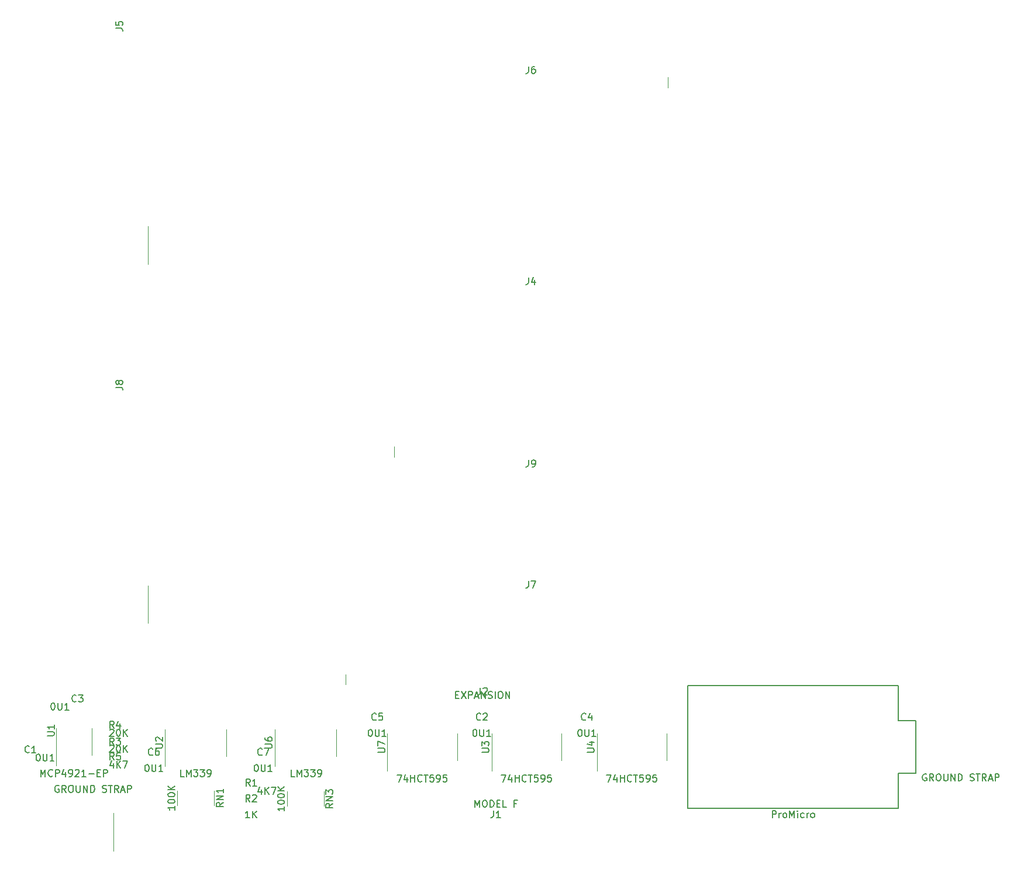
<source format=gbr>
G04 #@! TF.GenerationSoftware,KiCad,Pcbnew,(5.1.6)-1*
G04 #@! TF.CreationDate,2020-08-12T00:52:36-04:00*
G04 #@! TF.ProjectId,TH-XWhatsIt,54482d58-5768-4617-9473-49742e6b6963,0.0.3*
G04 #@! TF.SameCoordinates,Original*
G04 #@! TF.FileFunction,Legend,Top*
G04 #@! TF.FilePolarity,Positive*
%FSLAX46Y46*%
G04 Gerber Fmt 4.6, Leading zero omitted, Abs format (unit mm)*
G04 Created by KiCad (PCBNEW (5.1.6)-1) date 2020-08-12 00:52:36*
%MOMM*%
%LPD*%
G01*
G04 APERTURE LIST*
%ADD10C,0.120000*%
%ADD11C,0.150000*%
G04 APERTURE END LIST*
D10*
X127737000Y-43394000D02*
X127737000Y-41894000D01*
X47497000Y-148511000D02*
X47497000Y-153971000D01*
X52497000Y-63508000D02*
X52497000Y-68968000D01*
X52497000Y-115511000D02*
X52497000Y-120971000D01*
X88137000Y-95397000D02*
X88137000Y-96897000D01*
X81157000Y-128397000D02*
X81157000Y-129897000D01*
D11*
X161163000Y-130048000D02*
X130683000Y-130048000D01*
X161163000Y-130048000D02*
X161163000Y-135128000D01*
X161163000Y-135128000D02*
X163703000Y-135128000D01*
X163703000Y-135128000D02*
X163703000Y-142748000D01*
X163703000Y-142748000D02*
X161163000Y-142748000D01*
X161163000Y-142748000D02*
X161163000Y-147828000D01*
X161163000Y-147828000D02*
X130683000Y-147828000D01*
X130683000Y-147828000D02*
X130683000Y-130048000D01*
D10*
X79746000Y-138303000D02*
X79746000Y-136353000D01*
X79746000Y-138303000D02*
X79746000Y-140253000D01*
X70876000Y-138303000D02*
X70876000Y-136353000D01*
X70876000Y-138303000D02*
X70876000Y-141753000D01*
X44343000Y-138176000D02*
X44343000Y-136226000D01*
X44343000Y-138176000D02*
X44343000Y-140126000D01*
X39223000Y-138176000D02*
X39223000Y-136226000D01*
X39223000Y-138176000D02*
X39223000Y-141626000D01*
X97262000Y-138938000D02*
X97262000Y-136988000D01*
X97262000Y-138938000D02*
X97262000Y-140888000D01*
X87142000Y-138938000D02*
X87142000Y-136988000D01*
X87142000Y-138938000D02*
X87142000Y-142388000D01*
X127615000Y-138938000D02*
X127615000Y-136988000D01*
X127615000Y-138938000D02*
X127615000Y-140888000D01*
X117495000Y-138938000D02*
X117495000Y-136988000D01*
X117495000Y-138938000D02*
X117495000Y-142388000D01*
X63871000Y-138303000D02*
X63871000Y-136353000D01*
X63871000Y-138303000D02*
X63871000Y-140253000D01*
X55001000Y-138303000D02*
X55001000Y-136353000D01*
X55001000Y-138303000D02*
X55001000Y-141753000D01*
X56766000Y-147354000D02*
X56766000Y-145254000D01*
X62106000Y-147354000D02*
X62106000Y-145254000D01*
X72641000Y-147481000D02*
X72641000Y-145381000D01*
X77981000Y-147481000D02*
X77981000Y-145381000D01*
X112375000Y-138938000D02*
X112375000Y-136988000D01*
X112375000Y-138938000D02*
X112375000Y-140888000D01*
X102255000Y-138938000D02*
X102255000Y-136988000D01*
X102255000Y-138938000D02*
X102255000Y-142388000D01*
D11*
X107603666Y-40346380D02*
X107603666Y-41060666D01*
X107556047Y-41203523D01*
X107460809Y-41298761D01*
X107317952Y-41346380D01*
X107222714Y-41346380D01*
X108508428Y-40346380D02*
X108317952Y-40346380D01*
X108222714Y-40394000D01*
X108175095Y-40441619D01*
X108079857Y-40584476D01*
X108032238Y-40774952D01*
X108032238Y-41155904D01*
X108079857Y-41251142D01*
X108127476Y-41298761D01*
X108222714Y-41346380D01*
X108413190Y-41346380D01*
X108508428Y-41298761D01*
X108556047Y-41251142D01*
X108603666Y-41155904D01*
X108603666Y-40917809D01*
X108556047Y-40822571D01*
X108508428Y-40774952D01*
X108413190Y-40727333D01*
X108222714Y-40727333D01*
X108127476Y-40774952D01*
X108079857Y-40822571D01*
X108032238Y-40917809D01*
X47869380Y-34817333D02*
X48583666Y-34817333D01*
X48726523Y-34864952D01*
X48821761Y-34960190D01*
X48869380Y-35103047D01*
X48869380Y-35198285D01*
X47869380Y-33864952D02*
X47869380Y-34341142D01*
X48345571Y-34388761D01*
X48297952Y-34341142D01*
X48250333Y-34245904D01*
X48250333Y-34007809D01*
X48297952Y-33912571D01*
X48345571Y-33864952D01*
X48440809Y-33817333D01*
X48678904Y-33817333D01*
X48774142Y-33864952D01*
X48821761Y-33912571D01*
X48869380Y-34007809D01*
X48869380Y-34245904D01*
X48821761Y-34341142D01*
X48774142Y-34388761D01*
X47869380Y-86820333D02*
X48583666Y-86820333D01*
X48726523Y-86867952D01*
X48821761Y-86963190D01*
X48869380Y-87106047D01*
X48869380Y-87201285D01*
X48297952Y-86201285D02*
X48250333Y-86296523D01*
X48202714Y-86344142D01*
X48107476Y-86391761D01*
X48059857Y-86391761D01*
X47964619Y-86344142D01*
X47917000Y-86296523D01*
X47869380Y-86201285D01*
X47869380Y-86010809D01*
X47917000Y-85915571D01*
X47964619Y-85867952D01*
X48059857Y-85820333D01*
X48107476Y-85820333D01*
X48202714Y-85867952D01*
X48250333Y-85915571D01*
X48297952Y-86010809D01*
X48297952Y-86201285D01*
X48345571Y-86296523D01*
X48393190Y-86344142D01*
X48488428Y-86391761D01*
X48678904Y-86391761D01*
X48774142Y-86344142D01*
X48821761Y-86296523D01*
X48869380Y-86201285D01*
X48869380Y-86010809D01*
X48821761Y-85915571D01*
X48774142Y-85867952D01*
X48678904Y-85820333D01*
X48488428Y-85820333D01*
X48393190Y-85867952D01*
X48345571Y-85915571D01*
X48297952Y-86010809D01*
X102536666Y-148169380D02*
X102536666Y-148883666D01*
X102489047Y-149026523D01*
X102393809Y-149121761D01*
X102250952Y-149169380D01*
X102155714Y-149169380D01*
X103536666Y-149169380D02*
X102965238Y-149169380D01*
X103250952Y-149169380D02*
X103250952Y-148169380D01*
X103155714Y-148312238D01*
X103060476Y-148407476D01*
X102965238Y-148455095D01*
X99846190Y-147645380D02*
X99846190Y-146645380D01*
X100179523Y-147359666D01*
X100512857Y-146645380D01*
X100512857Y-147645380D01*
X101179523Y-146645380D02*
X101370000Y-146645380D01*
X101465238Y-146693000D01*
X101560476Y-146788238D01*
X101608095Y-146978714D01*
X101608095Y-147312047D01*
X101560476Y-147502523D01*
X101465238Y-147597761D01*
X101370000Y-147645380D01*
X101179523Y-147645380D01*
X101084285Y-147597761D01*
X100989047Y-147502523D01*
X100941428Y-147312047D01*
X100941428Y-146978714D01*
X100989047Y-146788238D01*
X101084285Y-146693000D01*
X101179523Y-146645380D01*
X102036666Y-147645380D02*
X102036666Y-146645380D01*
X102274761Y-146645380D01*
X102417619Y-146693000D01*
X102512857Y-146788238D01*
X102560476Y-146883476D01*
X102608095Y-147073952D01*
X102608095Y-147216809D01*
X102560476Y-147407285D01*
X102512857Y-147502523D01*
X102417619Y-147597761D01*
X102274761Y-147645380D01*
X102036666Y-147645380D01*
X103036666Y-147121571D02*
X103370000Y-147121571D01*
X103512857Y-147645380D02*
X103036666Y-147645380D01*
X103036666Y-146645380D01*
X103512857Y-146645380D01*
X104417619Y-147645380D02*
X103941428Y-147645380D01*
X103941428Y-146645380D01*
X105846190Y-147121571D02*
X105512857Y-147121571D01*
X105512857Y-147645380D02*
X105512857Y-146645380D01*
X105989047Y-146645380D01*
X107603666Y-70920380D02*
X107603666Y-71634666D01*
X107556047Y-71777523D01*
X107460809Y-71872761D01*
X107317952Y-71920380D01*
X107222714Y-71920380D01*
X108508428Y-71253714D02*
X108508428Y-71920380D01*
X108270333Y-70872761D02*
X108032238Y-71587047D01*
X108651285Y-71587047D01*
X107616666Y-114895380D02*
X107616666Y-115609666D01*
X107569047Y-115752523D01*
X107473809Y-115847761D01*
X107330952Y-115895380D01*
X107235714Y-115895380D01*
X107997619Y-114895380D02*
X108664285Y-114895380D01*
X108235714Y-115895380D01*
X107603666Y-97349380D02*
X107603666Y-98063666D01*
X107556047Y-98206523D01*
X107460809Y-98301761D01*
X107317952Y-98349380D01*
X107222714Y-98349380D01*
X108127476Y-98349380D02*
X108317952Y-98349380D01*
X108413190Y-98301761D01*
X108460809Y-98254142D01*
X108556047Y-98111285D01*
X108603666Y-97920809D01*
X108603666Y-97539857D01*
X108556047Y-97444619D01*
X108508428Y-97397000D01*
X108413190Y-97349380D01*
X108222714Y-97349380D01*
X108127476Y-97397000D01*
X108079857Y-97444619D01*
X108032238Y-97539857D01*
X108032238Y-97777952D01*
X108079857Y-97873190D01*
X108127476Y-97920809D01*
X108222714Y-97968428D01*
X108413190Y-97968428D01*
X108508428Y-97920809D01*
X108556047Y-97873190D01*
X108603666Y-97777952D01*
X100623666Y-130349380D02*
X100623666Y-131063666D01*
X100576047Y-131206523D01*
X100480809Y-131301761D01*
X100337952Y-131349380D01*
X100242714Y-131349380D01*
X101052238Y-130444619D02*
X101099857Y-130397000D01*
X101195095Y-130349380D01*
X101433190Y-130349380D01*
X101528428Y-130397000D01*
X101576047Y-130444619D01*
X101623666Y-130539857D01*
X101623666Y-130635095D01*
X101576047Y-130777952D01*
X101004619Y-131349380D01*
X101623666Y-131349380D01*
X97052238Y-131373571D02*
X97385571Y-131373571D01*
X97528428Y-131897380D02*
X97052238Y-131897380D01*
X97052238Y-130897380D01*
X97528428Y-130897380D01*
X97861761Y-130897380D02*
X98528428Y-131897380D01*
X98528428Y-130897380D02*
X97861761Y-131897380D01*
X98909380Y-131897380D02*
X98909380Y-130897380D01*
X99290333Y-130897380D01*
X99385571Y-130945000D01*
X99433190Y-130992619D01*
X99480809Y-131087857D01*
X99480809Y-131230714D01*
X99433190Y-131325952D01*
X99385571Y-131373571D01*
X99290333Y-131421190D01*
X98909380Y-131421190D01*
X99861761Y-131611666D02*
X100337952Y-131611666D01*
X99766523Y-131897380D02*
X100099857Y-130897380D01*
X100433190Y-131897380D01*
X100766523Y-131897380D02*
X100766523Y-130897380D01*
X101337952Y-131897380D01*
X101337952Y-130897380D01*
X101766523Y-131849761D02*
X101909380Y-131897380D01*
X102147476Y-131897380D01*
X102242714Y-131849761D01*
X102290333Y-131802142D01*
X102337952Y-131706904D01*
X102337952Y-131611666D01*
X102290333Y-131516428D01*
X102242714Y-131468809D01*
X102147476Y-131421190D01*
X101957000Y-131373571D01*
X101861761Y-131325952D01*
X101814142Y-131278333D01*
X101766523Y-131183095D01*
X101766523Y-131087857D01*
X101814142Y-130992619D01*
X101861761Y-130945000D01*
X101957000Y-130897380D01*
X102195095Y-130897380D01*
X102337952Y-130945000D01*
X102766523Y-131897380D02*
X102766523Y-130897380D01*
X103433190Y-130897380D02*
X103623666Y-130897380D01*
X103718904Y-130945000D01*
X103814142Y-131040238D01*
X103861761Y-131230714D01*
X103861761Y-131564047D01*
X103814142Y-131754523D01*
X103718904Y-131849761D01*
X103623666Y-131897380D01*
X103433190Y-131897380D01*
X103337952Y-131849761D01*
X103242714Y-131754523D01*
X103195095Y-131564047D01*
X103195095Y-131230714D01*
X103242714Y-131040238D01*
X103337952Y-130945000D01*
X103433190Y-130897380D01*
X104290333Y-131897380D02*
X104290333Y-130897380D01*
X104861761Y-131897380D01*
X104861761Y-130897380D01*
X142899190Y-149169380D02*
X142899190Y-148169380D01*
X143280142Y-148169380D01*
X143375380Y-148217000D01*
X143423000Y-148264619D01*
X143470619Y-148359857D01*
X143470619Y-148502714D01*
X143423000Y-148597952D01*
X143375380Y-148645571D01*
X143280142Y-148693190D01*
X142899190Y-148693190D01*
X143899190Y-149169380D02*
X143899190Y-148502714D01*
X143899190Y-148693190D02*
X143946809Y-148597952D01*
X143994428Y-148550333D01*
X144089666Y-148502714D01*
X144184904Y-148502714D01*
X144661095Y-149169380D02*
X144565857Y-149121761D01*
X144518238Y-149074142D01*
X144470619Y-148978904D01*
X144470619Y-148693190D01*
X144518238Y-148597952D01*
X144565857Y-148550333D01*
X144661095Y-148502714D01*
X144803952Y-148502714D01*
X144899190Y-148550333D01*
X144946809Y-148597952D01*
X144994428Y-148693190D01*
X144994428Y-148978904D01*
X144946809Y-149074142D01*
X144899190Y-149121761D01*
X144803952Y-149169380D01*
X144661095Y-149169380D01*
X145423000Y-149169380D02*
X145423000Y-148169380D01*
X145756333Y-148883666D01*
X146089666Y-148169380D01*
X146089666Y-149169380D01*
X146565857Y-149169380D02*
X146565857Y-148502714D01*
X146565857Y-148169380D02*
X146518238Y-148217000D01*
X146565857Y-148264619D01*
X146613476Y-148217000D01*
X146565857Y-148169380D01*
X146565857Y-148264619D01*
X147470619Y-149121761D02*
X147375380Y-149169380D01*
X147184904Y-149169380D01*
X147089666Y-149121761D01*
X147042047Y-149074142D01*
X146994428Y-148978904D01*
X146994428Y-148693190D01*
X147042047Y-148597952D01*
X147089666Y-148550333D01*
X147184904Y-148502714D01*
X147375380Y-148502714D01*
X147470619Y-148550333D01*
X147899190Y-149169380D02*
X147899190Y-148502714D01*
X147899190Y-148693190D02*
X147946809Y-148597952D01*
X147994428Y-148550333D01*
X148089666Y-148502714D01*
X148184904Y-148502714D01*
X148661095Y-149169380D02*
X148565857Y-149121761D01*
X148518238Y-149074142D01*
X148470619Y-148978904D01*
X148470619Y-148693190D01*
X148518238Y-148597952D01*
X148565857Y-148550333D01*
X148661095Y-148502714D01*
X148803952Y-148502714D01*
X148899190Y-148550333D01*
X148946809Y-148597952D01*
X148994428Y-148693190D01*
X148994428Y-148978904D01*
X148946809Y-149074142D01*
X148899190Y-149121761D01*
X148803952Y-149169380D01*
X148661095Y-149169380D01*
X165203809Y-142883000D02*
X165108571Y-142835380D01*
X164965714Y-142835380D01*
X164822857Y-142883000D01*
X164727619Y-142978238D01*
X164680000Y-143073476D01*
X164632380Y-143263952D01*
X164632380Y-143406809D01*
X164680000Y-143597285D01*
X164727619Y-143692523D01*
X164822857Y-143787761D01*
X164965714Y-143835380D01*
X165060952Y-143835380D01*
X165203809Y-143787761D01*
X165251428Y-143740142D01*
X165251428Y-143406809D01*
X165060952Y-143406809D01*
X166251428Y-143835380D02*
X165918095Y-143359190D01*
X165680000Y-143835380D02*
X165680000Y-142835380D01*
X166060952Y-142835380D01*
X166156190Y-142883000D01*
X166203809Y-142930619D01*
X166251428Y-143025857D01*
X166251428Y-143168714D01*
X166203809Y-143263952D01*
X166156190Y-143311571D01*
X166060952Y-143359190D01*
X165680000Y-143359190D01*
X166870476Y-142835380D02*
X167060952Y-142835380D01*
X167156190Y-142883000D01*
X167251428Y-142978238D01*
X167299047Y-143168714D01*
X167299047Y-143502047D01*
X167251428Y-143692523D01*
X167156190Y-143787761D01*
X167060952Y-143835380D01*
X166870476Y-143835380D01*
X166775238Y-143787761D01*
X166680000Y-143692523D01*
X166632380Y-143502047D01*
X166632380Y-143168714D01*
X166680000Y-142978238D01*
X166775238Y-142883000D01*
X166870476Y-142835380D01*
X167727619Y-142835380D02*
X167727619Y-143644904D01*
X167775238Y-143740142D01*
X167822857Y-143787761D01*
X167918095Y-143835380D01*
X168108571Y-143835380D01*
X168203809Y-143787761D01*
X168251428Y-143740142D01*
X168299047Y-143644904D01*
X168299047Y-142835380D01*
X168775238Y-143835380D02*
X168775238Y-142835380D01*
X169346666Y-143835380D01*
X169346666Y-142835380D01*
X169822857Y-143835380D02*
X169822857Y-142835380D01*
X170060952Y-142835380D01*
X170203809Y-142883000D01*
X170299047Y-142978238D01*
X170346666Y-143073476D01*
X170394285Y-143263952D01*
X170394285Y-143406809D01*
X170346666Y-143597285D01*
X170299047Y-143692523D01*
X170203809Y-143787761D01*
X170060952Y-143835380D01*
X169822857Y-143835380D01*
X171537142Y-143787761D02*
X171680000Y-143835380D01*
X171918095Y-143835380D01*
X172013333Y-143787761D01*
X172060952Y-143740142D01*
X172108571Y-143644904D01*
X172108571Y-143549666D01*
X172060952Y-143454428D01*
X172013333Y-143406809D01*
X171918095Y-143359190D01*
X171727619Y-143311571D01*
X171632380Y-143263952D01*
X171584761Y-143216333D01*
X171537142Y-143121095D01*
X171537142Y-143025857D01*
X171584761Y-142930619D01*
X171632380Y-142883000D01*
X171727619Y-142835380D01*
X171965714Y-142835380D01*
X172108571Y-142883000D01*
X172394285Y-142835380D02*
X172965714Y-142835380D01*
X172680000Y-143835380D02*
X172680000Y-142835380D01*
X173870476Y-143835380D02*
X173537142Y-143359190D01*
X173299047Y-143835380D02*
X173299047Y-142835380D01*
X173680000Y-142835380D01*
X173775238Y-142883000D01*
X173822857Y-142930619D01*
X173870476Y-143025857D01*
X173870476Y-143168714D01*
X173822857Y-143263952D01*
X173775238Y-143311571D01*
X173680000Y-143359190D01*
X173299047Y-143359190D01*
X174251428Y-143549666D02*
X174727619Y-143549666D01*
X174156190Y-143835380D02*
X174489523Y-142835380D01*
X174822857Y-143835380D01*
X175156190Y-143835380D02*
X175156190Y-142835380D01*
X175537142Y-142835380D01*
X175632380Y-142883000D01*
X175680000Y-142930619D01*
X175727619Y-143025857D01*
X175727619Y-143168714D01*
X175680000Y-143263952D01*
X175632380Y-143311571D01*
X175537142Y-143359190D01*
X175156190Y-143359190D01*
X69483380Y-139064904D02*
X70292904Y-139064904D01*
X70388142Y-139017285D01*
X70435761Y-138969666D01*
X70483380Y-138874428D01*
X70483380Y-138683952D01*
X70435761Y-138588714D01*
X70388142Y-138541095D01*
X70292904Y-138493476D01*
X69483380Y-138493476D01*
X69483380Y-137588714D02*
X69483380Y-137779190D01*
X69531000Y-137874428D01*
X69578619Y-137922047D01*
X69721476Y-138017285D01*
X69911952Y-138064904D01*
X70292904Y-138064904D01*
X70388142Y-138017285D01*
X70435761Y-137969666D01*
X70483380Y-137874428D01*
X70483380Y-137683952D01*
X70435761Y-137588714D01*
X70388142Y-137541095D01*
X70292904Y-137493476D01*
X70054809Y-137493476D01*
X69959571Y-137541095D01*
X69911952Y-137588714D01*
X69864333Y-137683952D01*
X69864333Y-137874428D01*
X69911952Y-137969666D01*
X69959571Y-138017285D01*
X70054809Y-138064904D01*
X73747523Y-143200380D02*
X73271333Y-143200380D01*
X73271333Y-142200380D01*
X74080857Y-143200380D02*
X74080857Y-142200380D01*
X74414190Y-142914666D01*
X74747523Y-142200380D01*
X74747523Y-143200380D01*
X75128476Y-142200380D02*
X75747523Y-142200380D01*
X75414190Y-142581333D01*
X75557047Y-142581333D01*
X75652285Y-142628952D01*
X75699904Y-142676571D01*
X75747523Y-142771809D01*
X75747523Y-143009904D01*
X75699904Y-143105142D01*
X75652285Y-143152761D01*
X75557047Y-143200380D01*
X75271333Y-143200380D01*
X75176095Y-143152761D01*
X75128476Y-143105142D01*
X76080857Y-142200380D02*
X76699904Y-142200380D01*
X76366571Y-142581333D01*
X76509428Y-142581333D01*
X76604666Y-142628952D01*
X76652285Y-142676571D01*
X76699904Y-142771809D01*
X76699904Y-143009904D01*
X76652285Y-143105142D01*
X76604666Y-143152761D01*
X76509428Y-143200380D01*
X76223714Y-143200380D01*
X76128476Y-143152761D01*
X76080857Y-143105142D01*
X77176095Y-143200380D02*
X77366571Y-143200380D01*
X77461809Y-143152761D01*
X77509428Y-143105142D01*
X77604666Y-142962285D01*
X77652285Y-142771809D01*
X77652285Y-142390857D01*
X77604666Y-142295619D01*
X77557047Y-142248000D01*
X77461809Y-142200380D01*
X77271333Y-142200380D01*
X77176095Y-142248000D01*
X77128476Y-142295619D01*
X77080857Y-142390857D01*
X77080857Y-142628952D01*
X77128476Y-142724190D01*
X77176095Y-142771809D01*
X77271333Y-142819428D01*
X77461809Y-142819428D01*
X77557047Y-142771809D01*
X77604666Y-142724190D01*
X77652285Y-142628952D01*
X47585333Y-140787380D02*
X47252000Y-140311190D01*
X47013904Y-140787380D02*
X47013904Y-139787380D01*
X47394857Y-139787380D01*
X47490095Y-139835000D01*
X47537714Y-139882619D01*
X47585333Y-139977857D01*
X47585333Y-140120714D01*
X47537714Y-140215952D01*
X47490095Y-140263571D01*
X47394857Y-140311190D01*
X47013904Y-140311190D01*
X48490095Y-139787380D02*
X48013904Y-139787380D01*
X47966285Y-140263571D01*
X48013904Y-140215952D01*
X48109142Y-140168333D01*
X48347238Y-140168333D01*
X48442476Y-140215952D01*
X48490095Y-140263571D01*
X48537714Y-140358809D01*
X48537714Y-140596904D01*
X48490095Y-140692142D01*
X48442476Y-140739761D01*
X48347238Y-140787380D01*
X48109142Y-140787380D01*
X48013904Y-140739761D01*
X47966285Y-140692142D01*
X47474285Y-141290714D02*
X47474285Y-141957380D01*
X47236190Y-140909761D02*
X46998095Y-141624047D01*
X47617142Y-141624047D01*
X47998095Y-141957380D02*
X47998095Y-140957380D01*
X48569523Y-141957380D02*
X48140952Y-141385952D01*
X48569523Y-140957380D02*
X47998095Y-141528809D01*
X48902857Y-140957380D02*
X49569523Y-140957380D01*
X49140952Y-141957380D01*
X35312333Y-139676142D02*
X35264714Y-139723761D01*
X35121857Y-139771380D01*
X35026619Y-139771380D01*
X34883761Y-139723761D01*
X34788523Y-139628523D01*
X34740904Y-139533285D01*
X34693285Y-139342809D01*
X34693285Y-139199952D01*
X34740904Y-139009476D01*
X34788523Y-138914238D01*
X34883761Y-138819000D01*
X35026619Y-138771380D01*
X35121857Y-138771380D01*
X35264714Y-138819000D01*
X35312333Y-138866619D01*
X36264714Y-139771380D02*
X35693285Y-139771380D01*
X35979000Y-139771380D02*
X35979000Y-138771380D01*
X35883761Y-138914238D01*
X35788523Y-139009476D01*
X35693285Y-139057095D01*
X36567380Y-139941380D02*
X36662619Y-139941380D01*
X36757857Y-139989000D01*
X36805476Y-140036619D01*
X36853095Y-140131857D01*
X36900714Y-140322333D01*
X36900714Y-140560428D01*
X36853095Y-140750904D01*
X36805476Y-140846142D01*
X36757857Y-140893761D01*
X36662619Y-140941380D01*
X36567380Y-140941380D01*
X36472142Y-140893761D01*
X36424523Y-140846142D01*
X36376904Y-140750904D01*
X36329285Y-140560428D01*
X36329285Y-140322333D01*
X36376904Y-140131857D01*
X36424523Y-140036619D01*
X36472142Y-139989000D01*
X36567380Y-139941380D01*
X37329285Y-139941380D02*
X37329285Y-140750904D01*
X37376904Y-140846142D01*
X37424523Y-140893761D01*
X37519761Y-140941380D01*
X37710238Y-140941380D01*
X37805476Y-140893761D01*
X37853095Y-140846142D01*
X37900714Y-140750904D01*
X37900714Y-139941380D01*
X38900714Y-140941380D02*
X38329285Y-140941380D01*
X38615000Y-140941380D02*
X38615000Y-139941380D01*
X38519761Y-140084238D01*
X38424523Y-140179476D01*
X38329285Y-140227095D01*
X47585333Y-136215380D02*
X47252000Y-135739190D01*
X47013904Y-136215380D02*
X47013904Y-135215380D01*
X47394857Y-135215380D01*
X47490095Y-135263000D01*
X47537714Y-135310619D01*
X47585333Y-135405857D01*
X47585333Y-135548714D01*
X47537714Y-135643952D01*
X47490095Y-135691571D01*
X47394857Y-135739190D01*
X47013904Y-135739190D01*
X48442476Y-135548714D02*
X48442476Y-136215380D01*
X48204380Y-135167761D02*
X47966285Y-135882047D01*
X48585333Y-135882047D01*
X46998095Y-136453619D02*
X47045714Y-136406000D01*
X47140952Y-136358380D01*
X47379047Y-136358380D01*
X47474285Y-136406000D01*
X47521904Y-136453619D01*
X47569523Y-136548857D01*
X47569523Y-136644095D01*
X47521904Y-136786952D01*
X46950476Y-137358380D01*
X47569523Y-137358380D01*
X48188571Y-136358380D02*
X48283809Y-136358380D01*
X48379047Y-136406000D01*
X48426666Y-136453619D01*
X48474285Y-136548857D01*
X48521904Y-136739333D01*
X48521904Y-136977428D01*
X48474285Y-137167904D01*
X48426666Y-137263142D01*
X48379047Y-137310761D01*
X48283809Y-137358380D01*
X48188571Y-137358380D01*
X48093333Y-137310761D01*
X48045714Y-137263142D01*
X47998095Y-137167904D01*
X47950476Y-136977428D01*
X47950476Y-136739333D01*
X47998095Y-136548857D01*
X48045714Y-136453619D01*
X48093333Y-136406000D01*
X48188571Y-136358380D01*
X48950476Y-137358380D02*
X48950476Y-136358380D01*
X49521904Y-137358380D02*
X49093333Y-136786952D01*
X49521904Y-136358380D02*
X48950476Y-136929809D01*
X47585333Y-138628380D02*
X47252000Y-138152190D01*
X47013904Y-138628380D02*
X47013904Y-137628380D01*
X47394857Y-137628380D01*
X47490095Y-137676000D01*
X47537714Y-137723619D01*
X47585333Y-137818857D01*
X47585333Y-137961714D01*
X47537714Y-138056952D01*
X47490095Y-138104571D01*
X47394857Y-138152190D01*
X47013904Y-138152190D01*
X47918666Y-137628380D02*
X48537714Y-137628380D01*
X48204380Y-138009333D01*
X48347238Y-138009333D01*
X48442476Y-138056952D01*
X48490095Y-138104571D01*
X48537714Y-138199809D01*
X48537714Y-138437904D01*
X48490095Y-138533142D01*
X48442476Y-138580761D01*
X48347238Y-138628380D01*
X48061523Y-138628380D01*
X47966285Y-138580761D01*
X47918666Y-138533142D01*
X46998095Y-138766619D02*
X47045714Y-138719000D01*
X47140952Y-138671380D01*
X47379047Y-138671380D01*
X47474285Y-138719000D01*
X47521904Y-138766619D01*
X47569523Y-138861857D01*
X47569523Y-138957095D01*
X47521904Y-139099952D01*
X46950476Y-139671380D01*
X47569523Y-139671380D01*
X48188571Y-138671380D02*
X48283809Y-138671380D01*
X48379047Y-138719000D01*
X48426666Y-138766619D01*
X48474285Y-138861857D01*
X48521904Y-139052333D01*
X48521904Y-139290428D01*
X48474285Y-139480904D01*
X48426666Y-139576142D01*
X48379047Y-139623761D01*
X48283809Y-139671380D01*
X48188571Y-139671380D01*
X48093333Y-139623761D01*
X48045714Y-139576142D01*
X47998095Y-139480904D01*
X47950476Y-139290428D01*
X47950476Y-139052333D01*
X47998095Y-138861857D01*
X48045714Y-138766619D01*
X48093333Y-138719000D01*
X48188571Y-138671380D01*
X48950476Y-139671380D02*
X48950476Y-138671380D01*
X49521904Y-139671380D02*
X49093333Y-139099952D01*
X49521904Y-138671380D02*
X48950476Y-139242809D01*
X37933380Y-137286904D02*
X38742904Y-137286904D01*
X38838142Y-137239285D01*
X38885761Y-137191666D01*
X38933380Y-137096428D01*
X38933380Y-136905952D01*
X38885761Y-136810714D01*
X38838142Y-136763095D01*
X38742904Y-136715476D01*
X37933380Y-136715476D01*
X38933380Y-135715476D02*
X38933380Y-136286904D01*
X38933380Y-136001190D02*
X37933380Y-136001190D01*
X38076238Y-136096428D01*
X38171476Y-136191666D01*
X38219095Y-136286904D01*
X36973476Y-143200380D02*
X36973476Y-142200380D01*
X37306809Y-142914666D01*
X37640142Y-142200380D01*
X37640142Y-143200380D01*
X38687761Y-143105142D02*
X38640142Y-143152761D01*
X38497285Y-143200380D01*
X38402047Y-143200380D01*
X38259190Y-143152761D01*
X38163952Y-143057523D01*
X38116333Y-142962285D01*
X38068714Y-142771809D01*
X38068714Y-142628952D01*
X38116333Y-142438476D01*
X38163952Y-142343238D01*
X38259190Y-142248000D01*
X38402047Y-142200380D01*
X38497285Y-142200380D01*
X38640142Y-142248000D01*
X38687761Y-142295619D01*
X39116333Y-143200380D02*
X39116333Y-142200380D01*
X39497285Y-142200380D01*
X39592523Y-142248000D01*
X39640142Y-142295619D01*
X39687761Y-142390857D01*
X39687761Y-142533714D01*
X39640142Y-142628952D01*
X39592523Y-142676571D01*
X39497285Y-142724190D01*
X39116333Y-142724190D01*
X40544904Y-142533714D02*
X40544904Y-143200380D01*
X40306809Y-142152761D02*
X40068714Y-142867047D01*
X40687761Y-142867047D01*
X41116333Y-143200380D02*
X41306809Y-143200380D01*
X41402047Y-143152761D01*
X41449666Y-143105142D01*
X41544904Y-142962285D01*
X41592523Y-142771809D01*
X41592523Y-142390857D01*
X41544904Y-142295619D01*
X41497285Y-142248000D01*
X41402047Y-142200380D01*
X41211571Y-142200380D01*
X41116333Y-142248000D01*
X41068714Y-142295619D01*
X41021095Y-142390857D01*
X41021095Y-142628952D01*
X41068714Y-142724190D01*
X41116333Y-142771809D01*
X41211571Y-142819428D01*
X41402047Y-142819428D01*
X41497285Y-142771809D01*
X41544904Y-142724190D01*
X41592523Y-142628952D01*
X41973476Y-142295619D02*
X42021095Y-142248000D01*
X42116333Y-142200380D01*
X42354428Y-142200380D01*
X42449666Y-142248000D01*
X42497285Y-142295619D01*
X42544904Y-142390857D01*
X42544904Y-142486095D01*
X42497285Y-142628952D01*
X41925857Y-143200380D01*
X42544904Y-143200380D01*
X43497285Y-143200380D02*
X42925857Y-143200380D01*
X43211571Y-143200380D02*
X43211571Y-142200380D01*
X43116333Y-142343238D01*
X43021095Y-142438476D01*
X42925857Y-142486095D01*
X43925857Y-142819428D02*
X44687761Y-142819428D01*
X45163952Y-142676571D02*
X45497285Y-142676571D01*
X45640142Y-143200380D02*
X45163952Y-143200380D01*
X45163952Y-142200380D01*
X45640142Y-142200380D01*
X46068714Y-143200380D02*
X46068714Y-142200380D01*
X46449666Y-142200380D01*
X46544904Y-142248000D01*
X46592523Y-142295619D01*
X46640142Y-142390857D01*
X46640142Y-142533714D01*
X46592523Y-142628952D01*
X46544904Y-142676571D01*
X46449666Y-142724190D01*
X46068714Y-142724190D01*
X42124333Y-132310142D02*
X42076714Y-132357761D01*
X41933857Y-132405380D01*
X41838619Y-132405380D01*
X41695761Y-132357761D01*
X41600523Y-132262523D01*
X41552904Y-132167285D01*
X41505285Y-131976809D01*
X41505285Y-131833952D01*
X41552904Y-131643476D01*
X41600523Y-131548238D01*
X41695761Y-131453000D01*
X41838619Y-131405380D01*
X41933857Y-131405380D01*
X42076714Y-131453000D01*
X42124333Y-131500619D01*
X42457666Y-131405380D02*
X43076714Y-131405380D01*
X42743380Y-131786333D01*
X42886238Y-131786333D01*
X42981476Y-131833952D01*
X43029095Y-131881571D01*
X43076714Y-131976809D01*
X43076714Y-132214904D01*
X43029095Y-132310142D01*
X42981476Y-132357761D01*
X42886238Y-132405380D01*
X42600523Y-132405380D01*
X42505285Y-132357761D01*
X42457666Y-132310142D01*
X38703380Y-132548380D02*
X38798619Y-132548380D01*
X38893857Y-132596000D01*
X38941476Y-132643619D01*
X38989095Y-132738857D01*
X39036714Y-132929333D01*
X39036714Y-133167428D01*
X38989095Y-133357904D01*
X38941476Y-133453142D01*
X38893857Y-133500761D01*
X38798619Y-133548380D01*
X38703380Y-133548380D01*
X38608142Y-133500761D01*
X38560523Y-133453142D01*
X38512904Y-133357904D01*
X38465285Y-133167428D01*
X38465285Y-132929333D01*
X38512904Y-132738857D01*
X38560523Y-132643619D01*
X38608142Y-132596000D01*
X38703380Y-132548380D01*
X39465285Y-132548380D02*
X39465285Y-133357904D01*
X39512904Y-133453142D01*
X39560523Y-133500761D01*
X39655761Y-133548380D01*
X39846238Y-133548380D01*
X39941476Y-133500761D01*
X39989095Y-133453142D01*
X40036714Y-133357904D01*
X40036714Y-132548380D01*
X41036714Y-133548380D02*
X40465285Y-133548380D01*
X40751000Y-133548380D02*
X40751000Y-132548380D01*
X40655761Y-132691238D01*
X40560523Y-132786476D01*
X40465285Y-132834095D01*
X39600809Y-144534000D02*
X39505571Y-144486380D01*
X39362714Y-144486380D01*
X39219857Y-144534000D01*
X39124619Y-144629238D01*
X39077000Y-144724476D01*
X39029380Y-144914952D01*
X39029380Y-145057809D01*
X39077000Y-145248285D01*
X39124619Y-145343523D01*
X39219857Y-145438761D01*
X39362714Y-145486380D01*
X39457952Y-145486380D01*
X39600809Y-145438761D01*
X39648428Y-145391142D01*
X39648428Y-145057809D01*
X39457952Y-145057809D01*
X40648428Y-145486380D02*
X40315095Y-145010190D01*
X40077000Y-145486380D02*
X40077000Y-144486380D01*
X40457952Y-144486380D01*
X40553190Y-144534000D01*
X40600809Y-144581619D01*
X40648428Y-144676857D01*
X40648428Y-144819714D01*
X40600809Y-144914952D01*
X40553190Y-144962571D01*
X40457952Y-145010190D01*
X40077000Y-145010190D01*
X41267476Y-144486380D02*
X41457952Y-144486380D01*
X41553190Y-144534000D01*
X41648428Y-144629238D01*
X41696047Y-144819714D01*
X41696047Y-145153047D01*
X41648428Y-145343523D01*
X41553190Y-145438761D01*
X41457952Y-145486380D01*
X41267476Y-145486380D01*
X41172238Y-145438761D01*
X41077000Y-145343523D01*
X41029380Y-145153047D01*
X41029380Y-144819714D01*
X41077000Y-144629238D01*
X41172238Y-144534000D01*
X41267476Y-144486380D01*
X42124619Y-144486380D02*
X42124619Y-145295904D01*
X42172238Y-145391142D01*
X42219857Y-145438761D01*
X42315095Y-145486380D01*
X42505571Y-145486380D01*
X42600809Y-145438761D01*
X42648428Y-145391142D01*
X42696047Y-145295904D01*
X42696047Y-144486380D01*
X43172238Y-145486380D02*
X43172238Y-144486380D01*
X43743666Y-145486380D01*
X43743666Y-144486380D01*
X44219857Y-145486380D02*
X44219857Y-144486380D01*
X44457952Y-144486380D01*
X44600809Y-144534000D01*
X44696047Y-144629238D01*
X44743666Y-144724476D01*
X44791285Y-144914952D01*
X44791285Y-145057809D01*
X44743666Y-145248285D01*
X44696047Y-145343523D01*
X44600809Y-145438761D01*
X44457952Y-145486380D01*
X44219857Y-145486380D01*
X45934142Y-145438761D02*
X46077000Y-145486380D01*
X46315095Y-145486380D01*
X46410333Y-145438761D01*
X46457952Y-145391142D01*
X46505571Y-145295904D01*
X46505571Y-145200666D01*
X46457952Y-145105428D01*
X46410333Y-145057809D01*
X46315095Y-145010190D01*
X46124619Y-144962571D01*
X46029380Y-144914952D01*
X45981761Y-144867333D01*
X45934142Y-144772095D01*
X45934142Y-144676857D01*
X45981761Y-144581619D01*
X46029380Y-144534000D01*
X46124619Y-144486380D01*
X46362714Y-144486380D01*
X46505571Y-144534000D01*
X46791285Y-144486380D02*
X47362714Y-144486380D01*
X47077000Y-145486380D02*
X47077000Y-144486380D01*
X48267476Y-145486380D02*
X47934142Y-145010190D01*
X47696047Y-145486380D02*
X47696047Y-144486380D01*
X48077000Y-144486380D01*
X48172238Y-144534000D01*
X48219857Y-144581619D01*
X48267476Y-144676857D01*
X48267476Y-144819714D01*
X48219857Y-144914952D01*
X48172238Y-144962571D01*
X48077000Y-145010190D01*
X47696047Y-145010190D01*
X48648428Y-145200666D02*
X49124619Y-145200666D01*
X48553190Y-145486380D02*
X48886523Y-144486380D01*
X49219857Y-145486380D01*
X49553190Y-145486380D02*
X49553190Y-144486380D01*
X49934142Y-144486380D01*
X50029380Y-144534000D01*
X50077000Y-144581619D01*
X50124619Y-144676857D01*
X50124619Y-144819714D01*
X50077000Y-144914952D01*
X50029380Y-144962571D01*
X49934142Y-145010190D01*
X49553190Y-145010190D01*
X85812380Y-139699904D02*
X86621904Y-139699904D01*
X86717142Y-139652285D01*
X86764761Y-139604666D01*
X86812380Y-139509428D01*
X86812380Y-139318952D01*
X86764761Y-139223714D01*
X86717142Y-139176095D01*
X86621904Y-139128476D01*
X85812380Y-139128476D01*
X85812380Y-138747523D02*
X85812380Y-138080857D01*
X86812380Y-138509428D01*
X88559142Y-142962380D02*
X89225809Y-142962380D01*
X88797238Y-143962380D01*
X90035333Y-143295714D02*
X90035333Y-143962380D01*
X89797238Y-142914761D02*
X89559142Y-143629047D01*
X90178190Y-143629047D01*
X90559142Y-143962380D02*
X90559142Y-142962380D01*
X90559142Y-143438571D02*
X91130571Y-143438571D01*
X91130571Y-143962380D02*
X91130571Y-142962380D01*
X92178190Y-143867142D02*
X92130571Y-143914761D01*
X91987714Y-143962380D01*
X91892476Y-143962380D01*
X91749619Y-143914761D01*
X91654380Y-143819523D01*
X91606761Y-143724285D01*
X91559142Y-143533809D01*
X91559142Y-143390952D01*
X91606761Y-143200476D01*
X91654380Y-143105238D01*
X91749619Y-143010000D01*
X91892476Y-142962380D01*
X91987714Y-142962380D01*
X92130571Y-143010000D01*
X92178190Y-143057619D01*
X92463904Y-142962380D02*
X93035333Y-142962380D01*
X92749619Y-143962380D02*
X92749619Y-142962380D01*
X93844857Y-142962380D02*
X93368666Y-142962380D01*
X93321047Y-143438571D01*
X93368666Y-143390952D01*
X93463904Y-143343333D01*
X93702000Y-143343333D01*
X93797238Y-143390952D01*
X93844857Y-143438571D01*
X93892476Y-143533809D01*
X93892476Y-143771904D01*
X93844857Y-143867142D01*
X93797238Y-143914761D01*
X93702000Y-143962380D01*
X93463904Y-143962380D01*
X93368666Y-143914761D01*
X93321047Y-143867142D01*
X94368666Y-143962380D02*
X94559142Y-143962380D01*
X94654380Y-143914761D01*
X94702000Y-143867142D01*
X94797238Y-143724285D01*
X94844857Y-143533809D01*
X94844857Y-143152857D01*
X94797238Y-143057619D01*
X94749619Y-143010000D01*
X94654380Y-142962380D01*
X94463904Y-142962380D01*
X94368666Y-143010000D01*
X94321047Y-143057619D01*
X94273428Y-143152857D01*
X94273428Y-143390952D01*
X94321047Y-143486190D01*
X94368666Y-143533809D01*
X94463904Y-143581428D01*
X94654380Y-143581428D01*
X94749619Y-143533809D01*
X94797238Y-143486190D01*
X94844857Y-143390952D01*
X95749619Y-142962380D02*
X95273428Y-142962380D01*
X95225809Y-143438571D01*
X95273428Y-143390952D01*
X95368666Y-143343333D01*
X95606761Y-143343333D01*
X95702000Y-143390952D01*
X95749619Y-143438571D01*
X95797238Y-143533809D01*
X95797238Y-143771904D01*
X95749619Y-143867142D01*
X95702000Y-143914761D01*
X95606761Y-143962380D01*
X95368666Y-143962380D01*
X95273428Y-143914761D01*
X95225809Y-143867142D01*
X116107380Y-139699904D02*
X116916904Y-139699904D01*
X117012142Y-139652285D01*
X117059761Y-139604666D01*
X117107380Y-139509428D01*
X117107380Y-139318952D01*
X117059761Y-139223714D01*
X117012142Y-139176095D01*
X116916904Y-139128476D01*
X116107380Y-139128476D01*
X116440714Y-138223714D02*
X117107380Y-138223714D01*
X116059761Y-138461809D02*
X116774047Y-138699904D01*
X116774047Y-138080857D01*
X118912142Y-142962380D02*
X119578809Y-142962380D01*
X119150238Y-143962380D01*
X120388333Y-143295714D02*
X120388333Y-143962380D01*
X120150238Y-142914761D02*
X119912142Y-143629047D01*
X120531190Y-143629047D01*
X120912142Y-143962380D02*
X120912142Y-142962380D01*
X120912142Y-143438571D02*
X121483571Y-143438571D01*
X121483571Y-143962380D02*
X121483571Y-142962380D01*
X122531190Y-143867142D02*
X122483571Y-143914761D01*
X122340714Y-143962380D01*
X122245476Y-143962380D01*
X122102619Y-143914761D01*
X122007380Y-143819523D01*
X121959761Y-143724285D01*
X121912142Y-143533809D01*
X121912142Y-143390952D01*
X121959761Y-143200476D01*
X122007380Y-143105238D01*
X122102619Y-143010000D01*
X122245476Y-142962380D01*
X122340714Y-142962380D01*
X122483571Y-143010000D01*
X122531190Y-143057619D01*
X122816904Y-142962380D02*
X123388333Y-142962380D01*
X123102619Y-143962380D02*
X123102619Y-142962380D01*
X124197857Y-142962380D02*
X123721666Y-142962380D01*
X123674047Y-143438571D01*
X123721666Y-143390952D01*
X123816904Y-143343333D01*
X124055000Y-143343333D01*
X124150238Y-143390952D01*
X124197857Y-143438571D01*
X124245476Y-143533809D01*
X124245476Y-143771904D01*
X124197857Y-143867142D01*
X124150238Y-143914761D01*
X124055000Y-143962380D01*
X123816904Y-143962380D01*
X123721666Y-143914761D01*
X123674047Y-143867142D01*
X124721666Y-143962380D02*
X124912142Y-143962380D01*
X125007380Y-143914761D01*
X125055000Y-143867142D01*
X125150238Y-143724285D01*
X125197857Y-143533809D01*
X125197857Y-143152857D01*
X125150238Y-143057619D01*
X125102619Y-143010000D01*
X125007380Y-142962380D01*
X124816904Y-142962380D01*
X124721666Y-143010000D01*
X124674047Y-143057619D01*
X124626428Y-143152857D01*
X124626428Y-143390952D01*
X124674047Y-143486190D01*
X124721666Y-143533809D01*
X124816904Y-143581428D01*
X125007380Y-143581428D01*
X125102619Y-143533809D01*
X125150238Y-143486190D01*
X125197857Y-143390952D01*
X126102619Y-142962380D02*
X125626428Y-142962380D01*
X125578809Y-143438571D01*
X125626428Y-143390952D01*
X125721666Y-143343333D01*
X125959761Y-143343333D01*
X126055000Y-143390952D01*
X126102619Y-143438571D01*
X126150238Y-143533809D01*
X126150238Y-143771904D01*
X126102619Y-143867142D01*
X126055000Y-143914761D01*
X125959761Y-143962380D01*
X125721666Y-143962380D01*
X125626428Y-143914761D01*
X125578809Y-143867142D01*
X115888333Y-134950142D02*
X115840714Y-134997761D01*
X115697857Y-135045380D01*
X115602619Y-135045380D01*
X115459761Y-134997761D01*
X115364523Y-134902523D01*
X115316904Y-134807285D01*
X115269285Y-134616809D01*
X115269285Y-134473952D01*
X115316904Y-134283476D01*
X115364523Y-134188238D01*
X115459761Y-134093000D01*
X115602619Y-134045380D01*
X115697857Y-134045380D01*
X115840714Y-134093000D01*
X115888333Y-134140619D01*
X116745476Y-134378714D02*
X116745476Y-135045380D01*
X116507380Y-133997761D02*
X116269285Y-134712047D01*
X116888333Y-134712047D01*
X115007380Y-136385380D02*
X115102619Y-136385380D01*
X115197857Y-136433000D01*
X115245476Y-136480619D01*
X115293095Y-136575857D01*
X115340714Y-136766333D01*
X115340714Y-137004428D01*
X115293095Y-137194904D01*
X115245476Y-137290142D01*
X115197857Y-137337761D01*
X115102619Y-137385380D01*
X115007380Y-137385380D01*
X114912142Y-137337761D01*
X114864523Y-137290142D01*
X114816904Y-137194904D01*
X114769285Y-137004428D01*
X114769285Y-136766333D01*
X114816904Y-136575857D01*
X114864523Y-136480619D01*
X114912142Y-136433000D01*
X115007380Y-136385380D01*
X115769285Y-136385380D02*
X115769285Y-137194904D01*
X115816904Y-137290142D01*
X115864523Y-137337761D01*
X115959761Y-137385380D01*
X116150238Y-137385380D01*
X116245476Y-137337761D01*
X116293095Y-137290142D01*
X116340714Y-137194904D01*
X116340714Y-136385380D01*
X117340714Y-137385380D02*
X116769285Y-137385380D01*
X117055000Y-137385380D02*
X117055000Y-136385380D01*
X116959761Y-136528238D01*
X116864523Y-136623476D01*
X116769285Y-136671095D01*
X85535333Y-134950142D02*
X85487714Y-134997761D01*
X85344857Y-135045380D01*
X85249619Y-135045380D01*
X85106761Y-134997761D01*
X85011523Y-134902523D01*
X84963904Y-134807285D01*
X84916285Y-134616809D01*
X84916285Y-134473952D01*
X84963904Y-134283476D01*
X85011523Y-134188238D01*
X85106761Y-134093000D01*
X85249619Y-134045380D01*
X85344857Y-134045380D01*
X85487714Y-134093000D01*
X85535333Y-134140619D01*
X86440095Y-134045380D02*
X85963904Y-134045380D01*
X85916285Y-134521571D01*
X85963904Y-134473952D01*
X86059142Y-134426333D01*
X86297238Y-134426333D01*
X86392476Y-134473952D01*
X86440095Y-134521571D01*
X86487714Y-134616809D01*
X86487714Y-134854904D01*
X86440095Y-134950142D01*
X86392476Y-134997761D01*
X86297238Y-135045380D01*
X86059142Y-135045380D01*
X85963904Y-134997761D01*
X85916285Y-134950142D01*
X84654380Y-136385380D02*
X84749619Y-136385380D01*
X84844857Y-136433000D01*
X84892476Y-136480619D01*
X84940095Y-136575857D01*
X84987714Y-136766333D01*
X84987714Y-137004428D01*
X84940095Y-137194904D01*
X84892476Y-137290142D01*
X84844857Y-137337761D01*
X84749619Y-137385380D01*
X84654380Y-137385380D01*
X84559142Y-137337761D01*
X84511523Y-137290142D01*
X84463904Y-137194904D01*
X84416285Y-137004428D01*
X84416285Y-136766333D01*
X84463904Y-136575857D01*
X84511523Y-136480619D01*
X84559142Y-136433000D01*
X84654380Y-136385380D01*
X85416285Y-136385380D02*
X85416285Y-137194904D01*
X85463904Y-137290142D01*
X85511523Y-137337761D01*
X85606761Y-137385380D01*
X85797238Y-137385380D01*
X85892476Y-137337761D01*
X85940095Y-137290142D01*
X85987714Y-137194904D01*
X85987714Y-136385380D01*
X86987714Y-137385380D02*
X86416285Y-137385380D01*
X86702000Y-137385380D02*
X86702000Y-136385380D01*
X86606761Y-136528238D01*
X86511523Y-136623476D01*
X86416285Y-136671095D01*
X67270333Y-146856380D02*
X66937000Y-146380190D01*
X66698904Y-146856380D02*
X66698904Y-145856380D01*
X67079857Y-145856380D01*
X67175095Y-145904000D01*
X67222714Y-145951619D01*
X67270333Y-146046857D01*
X67270333Y-146189714D01*
X67222714Y-146284952D01*
X67175095Y-146332571D01*
X67079857Y-146380190D01*
X66698904Y-146380190D01*
X67651285Y-145951619D02*
X67698904Y-145904000D01*
X67794142Y-145856380D01*
X68032238Y-145856380D01*
X68127476Y-145904000D01*
X68175095Y-145951619D01*
X68222714Y-146046857D01*
X68222714Y-146142095D01*
X68175095Y-146284952D01*
X67603666Y-146856380D01*
X68222714Y-146856380D01*
X67222714Y-149196380D02*
X66651285Y-149196380D01*
X66937000Y-149196380D02*
X66937000Y-148196380D01*
X66841761Y-148339238D01*
X66746523Y-148434476D01*
X66651285Y-148482095D01*
X67651285Y-149196380D02*
X67651285Y-148196380D01*
X68222714Y-149196380D02*
X67794142Y-148624952D01*
X68222714Y-148196380D02*
X67651285Y-148767809D01*
X67293333Y-144570380D02*
X66960000Y-144094190D01*
X66721904Y-144570380D02*
X66721904Y-143570380D01*
X67102857Y-143570380D01*
X67198095Y-143618000D01*
X67245714Y-143665619D01*
X67293333Y-143760857D01*
X67293333Y-143903714D01*
X67245714Y-143998952D01*
X67198095Y-144046571D01*
X67102857Y-144094190D01*
X66721904Y-144094190D01*
X68245714Y-144570380D02*
X67674285Y-144570380D01*
X67960000Y-144570380D02*
X67960000Y-143570380D01*
X67864761Y-143713238D01*
X67769523Y-143808476D01*
X67674285Y-143856095D01*
X68937285Y-145073714D02*
X68937285Y-145740380D01*
X68699190Y-144692761D02*
X68461095Y-145407047D01*
X69080142Y-145407047D01*
X69461095Y-145740380D02*
X69461095Y-144740380D01*
X70032523Y-145740380D02*
X69603952Y-145168952D01*
X70032523Y-144740380D02*
X69461095Y-145311809D01*
X70365857Y-144740380D02*
X71032523Y-144740380D01*
X70603952Y-145740380D01*
X69025333Y-140030142D02*
X68977714Y-140077761D01*
X68834857Y-140125380D01*
X68739619Y-140125380D01*
X68596761Y-140077761D01*
X68501523Y-139982523D01*
X68453904Y-139887285D01*
X68406285Y-139696809D01*
X68406285Y-139553952D01*
X68453904Y-139363476D01*
X68501523Y-139268238D01*
X68596761Y-139173000D01*
X68739619Y-139125380D01*
X68834857Y-139125380D01*
X68977714Y-139173000D01*
X69025333Y-139220619D01*
X69358666Y-139125380D02*
X70025333Y-139125380D01*
X69596761Y-140125380D01*
X68144380Y-141465380D02*
X68239619Y-141465380D01*
X68334857Y-141513000D01*
X68382476Y-141560619D01*
X68430095Y-141655857D01*
X68477714Y-141846333D01*
X68477714Y-142084428D01*
X68430095Y-142274904D01*
X68382476Y-142370142D01*
X68334857Y-142417761D01*
X68239619Y-142465380D01*
X68144380Y-142465380D01*
X68049142Y-142417761D01*
X68001523Y-142370142D01*
X67953904Y-142274904D01*
X67906285Y-142084428D01*
X67906285Y-141846333D01*
X67953904Y-141655857D01*
X68001523Y-141560619D01*
X68049142Y-141513000D01*
X68144380Y-141465380D01*
X68906285Y-141465380D02*
X68906285Y-142274904D01*
X68953904Y-142370142D01*
X69001523Y-142417761D01*
X69096761Y-142465380D01*
X69287238Y-142465380D01*
X69382476Y-142417761D01*
X69430095Y-142370142D01*
X69477714Y-142274904D01*
X69477714Y-141465380D01*
X70477714Y-142465380D02*
X69906285Y-142465380D01*
X70192000Y-142465380D02*
X70192000Y-141465380D01*
X70096761Y-141608238D01*
X70001523Y-141703476D01*
X69906285Y-141751095D01*
X53608380Y-139064904D02*
X54417904Y-139064904D01*
X54513142Y-139017285D01*
X54560761Y-138969666D01*
X54608380Y-138874428D01*
X54608380Y-138683952D01*
X54560761Y-138588714D01*
X54513142Y-138541095D01*
X54417904Y-138493476D01*
X53608380Y-138493476D01*
X53703619Y-138064904D02*
X53656000Y-138017285D01*
X53608380Y-137922047D01*
X53608380Y-137683952D01*
X53656000Y-137588714D01*
X53703619Y-137541095D01*
X53798857Y-137493476D01*
X53894095Y-137493476D01*
X54036952Y-137541095D01*
X54608380Y-138112523D01*
X54608380Y-137493476D01*
X57745523Y-143200380D02*
X57269333Y-143200380D01*
X57269333Y-142200380D01*
X58078857Y-143200380D02*
X58078857Y-142200380D01*
X58412190Y-142914666D01*
X58745523Y-142200380D01*
X58745523Y-143200380D01*
X59126476Y-142200380D02*
X59745523Y-142200380D01*
X59412190Y-142581333D01*
X59555047Y-142581333D01*
X59650285Y-142628952D01*
X59697904Y-142676571D01*
X59745523Y-142771809D01*
X59745523Y-143009904D01*
X59697904Y-143105142D01*
X59650285Y-143152761D01*
X59555047Y-143200380D01*
X59269333Y-143200380D01*
X59174095Y-143152761D01*
X59126476Y-143105142D01*
X60078857Y-142200380D02*
X60697904Y-142200380D01*
X60364571Y-142581333D01*
X60507428Y-142581333D01*
X60602666Y-142628952D01*
X60650285Y-142676571D01*
X60697904Y-142771809D01*
X60697904Y-143009904D01*
X60650285Y-143105142D01*
X60602666Y-143152761D01*
X60507428Y-143200380D01*
X60221714Y-143200380D01*
X60126476Y-143152761D01*
X60078857Y-143105142D01*
X61174095Y-143200380D02*
X61364571Y-143200380D01*
X61459809Y-143152761D01*
X61507428Y-143105142D01*
X61602666Y-142962285D01*
X61650285Y-142771809D01*
X61650285Y-142390857D01*
X61602666Y-142295619D01*
X61555047Y-142248000D01*
X61459809Y-142200380D01*
X61269333Y-142200380D01*
X61174095Y-142248000D01*
X61126476Y-142295619D01*
X61078857Y-142390857D01*
X61078857Y-142628952D01*
X61126476Y-142724190D01*
X61174095Y-142771809D01*
X61269333Y-142819428D01*
X61459809Y-142819428D01*
X61555047Y-142771809D01*
X61602666Y-142724190D01*
X61650285Y-142628952D01*
X53196333Y-140030142D02*
X53148714Y-140077761D01*
X53005857Y-140125380D01*
X52910619Y-140125380D01*
X52767761Y-140077761D01*
X52672523Y-139982523D01*
X52624904Y-139887285D01*
X52577285Y-139696809D01*
X52577285Y-139553952D01*
X52624904Y-139363476D01*
X52672523Y-139268238D01*
X52767761Y-139173000D01*
X52910619Y-139125380D01*
X53005857Y-139125380D01*
X53148714Y-139173000D01*
X53196333Y-139220619D01*
X54053476Y-139125380D02*
X53863000Y-139125380D01*
X53767761Y-139173000D01*
X53720142Y-139220619D01*
X53624904Y-139363476D01*
X53577285Y-139553952D01*
X53577285Y-139934904D01*
X53624904Y-140030142D01*
X53672523Y-140077761D01*
X53767761Y-140125380D01*
X53958238Y-140125380D01*
X54053476Y-140077761D01*
X54101095Y-140030142D01*
X54148714Y-139934904D01*
X54148714Y-139696809D01*
X54101095Y-139601571D01*
X54053476Y-139553952D01*
X53958238Y-139506333D01*
X53767761Y-139506333D01*
X53672523Y-139553952D01*
X53624904Y-139601571D01*
X53577285Y-139696809D01*
X52315380Y-141465380D02*
X52410619Y-141465380D01*
X52505857Y-141513000D01*
X52553476Y-141560619D01*
X52601095Y-141655857D01*
X52648714Y-141846333D01*
X52648714Y-142084428D01*
X52601095Y-142274904D01*
X52553476Y-142370142D01*
X52505857Y-142417761D01*
X52410619Y-142465380D01*
X52315380Y-142465380D01*
X52220142Y-142417761D01*
X52172523Y-142370142D01*
X52124904Y-142274904D01*
X52077285Y-142084428D01*
X52077285Y-141846333D01*
X52124904Y-141655857D01*
X52172523Y-141560619D01*
X52220142Y-141513000D01*
X52315380Y-141465380D01*
X53077285Y-141465380D02*
X53077285Y-142274904D01*
X53124904Y-142370142D01*
X53172523Y-142417761D01*
X53267761Y-142465380D01*
X53458238Y-142465380D01*
X53553476Y-142417761D01*
X53601095Y-142370142D01*
X53648714Y-142274904D01*
X53648714Y-141465380D01*
X54648714Y-142465380D02*
X54077285Y-142465380D01*
X54363000Y-142465380D02*
X54363000Y-141465380D01*
X54267761Y-141608238D01*
X54172523Y-141703476D01*
X54077285Y-141751095D01*
X63388380Y-146994476D02*
X62912190Y-147327809D01*
X63388380Y-147565904D02*
X62388380Y-147565904D01*
X62388380Y-147184952D01*
X62436000Y-147089714D01*
X62483619Y-147042095D01*
X62578857Y-146994476D01*
X62721714Y-146994476D01*
X62816952Y-147042095D01*
X62864571Y-147089714D01*
X62912190Y-147184952D01*
X62912190Y-147565904D01*
X63388380Y-146565904D02*
X62388380Y-146565904D01*
X63388380Y-145994476D01*
X62388380Y-145994476D01*
X63388380Y-144994476D02*
X63388380Y-145565904D01*
X63388380Y-145280190D02*
X62388380Y-145280190D01*
X62531238Y-145375428D01*
X62626476Y-145470666D01*
X62674095Y-145565904D01*
X56388380Y-147470666D02*
X56388380Y-148042095D01*
X56388380Y-147756380D02*
X55388380Y-147756380D01*
X55531238Y-147851619D01*
X55626476Y-147946857D01*
X55674095Y-148042095D01*
X55388380Y-146851619D02*
X55388380Y-146756380D01*
X55436000Y-146661142D01*
X55483619Y-146613523D01*
X55578857Y-146565904D01*
X55769333Y-146518285D01*
X56007428Y-146518285D01*
X56197904Y-146565904D01*
X56293142Y-146613523D01*
X56340761Y-146661142D01*
X56388380Y-146756380D01*
X56388380Y-146851619D01*
X56340761Y-146946857D01*
X56293142Y-146994476D01*
X56197904Y-147042095D01*
X56007428Y-147089714D01*
X55769333Y-147089714D01*
X55578857Y-147042095D01*
X55483619Y-146994476D01*
X55436000Y-146946857D01*
X55388380Y-146851619D01*
X55388380Y-145899238D02*
X55388380Y-145804000D01*
X55436000Y-145708761D01*
X55483619Y-145661142D01*
X55578857Y-145613523D01*
X55769333Y-145565904D01*
X56007428Y-145565904D01*
X56197904Y-145613523D01*
X56293142Y-145661142D01*
X56340761Y-145708761D01*
X56388380Y-145804000D01*
X56388380Y-145899238D01*
X56340761Y-145994476D01*
X56293142Y-146042095D01*
X56197904Y-146089714D01*
X56007428Y-146137333D01*
X55769333Y-146137333D01*
X55578857Y-146089714D01*
X55483619Y-146042095D01*
X55436000Y-145994476D01*
X55388380Y-145899238D01*
X56388380Y-145137333D02*
X55388380Y-145137333D01*
X56388380Y-144565904D02*
X55816952Y-144994476D01*
X55388380Y-144565904D02*
X55959809Y-145137333D01*
X79263380Y-147121476D02*
X78787190Y-147454809D01*
X79263380Y-147692904D02*
X78263380Y-147692904D01*
X78263380Y-147311952D01*
X78311000Y-147216714D01*
X78358619Y-147169095D01*
X78453857Y-147121476D01*
X78596714Y-147121476D01*
X78691952Y-147169095D01*
X78739571Y-147216714D01*
X78787190Y-147311952D01*
X78787190Y-147692904D01*
X79263380Y-146692904D02*
X78263380Y-146692904D01*
X79263380Y-146121476D01*
X78263380Y-146121476D01*
X78263380Y-145740523D02*
X78263380Y-145121476D01*
X78644333Y-145454809D01*
X78644333Y-145311952D01*
X78691952Y-145216714D01*
X78739571Y-145169095D01*
X78834809Y-145121476D01*
X79072904Y-145121476D01*
X79168142Y-145169095D01*
X79215761Y-145216714D01*
X79263380Y-145311952D01*
X79263380Y-145597666D01*
X79215761Y-145692904D01*
X79168142Y-145740523D01*
X72263380Y-147597666D02*
X72263380Y-148169095D01*
X72263380Y-147883380D02*
X71263380Y-147883380D01*
X71406238Y-147978619D01*
X71501476Y-148073857D01*
X71549095Y-148169095D01*
X71263380Y-146978619D02*
X71263380Y-146883380D01*
X71311000Y-146788142D01*
X71358619Y-146740523D01*
X71453857Y-146692904D01*
X71644333Y-146645285D01*
X71882428Y-146645285D01*
X72072904Y-146692904D01*
X72168142Y-146740523D01*
X72215761Y-146788142D01*
X72263380Y-146883380D01*
X72263380Y-146978619D01*
X72215761Y-147073857D01*
X72168142Y-147121476D01*
X72072904Y-147169095D01*
X71882428Y-147216714D01*
X71644333Y-147216714D01*
X71453857Y-147169095D01*
X71358619Y-147121476D01*
X71311000Y-147073857D01*
X71263380Y-146978619D01*
X71263380Y-146026238D02*
X71263380Y-145931000D01*
X71311000Y-145835761D01*
X71358619Y-145788142D01*
X71453857Y-145740523D01*
X71644333Y-145692904D01*
X71882428Y-145692904D01*
X72072904Y-145740523D01*
X72168142Y-145788142D01*
X72215761Y-145835761D01*
X72263380Y-145931000D01*
X72263380Y-146026238D01*
X72215761Y-146121476D01*
X72168142Y-146169095D01*
X72072904Y-146216714D01*
X71882428Y-146264333D01*
X71644333Y-146264333D01*
X71453857Y-146216714D01*
X71358619Y-146169095D01*
X71311000Y-146121476D01*
X71263380Y-146026238D01*
X72263380Y-145264333D02*
X71263380Y-145264333D01*
X72263380Y-144692904D02*
X71691952Y-145121476D01*
X71263380Y-144692904D02*
X71834809Y-145264333D01*
X100867380Y-139699904D02*
X101676904Y-139699904D01*
X101772142Y-139652285D01*
X101819761Y-139604666D01*
X101867380Y-139509428D01*
X101867380Y-139318952D01*
X101819761Y-139223714D01*
X101772142Y-139176095D01*
X101676904Y-139128476D01*
X100867380Y-139128476D01*
X100867380Y-138747523D02*
X100867380Y-138128476D01*
X101248333Y-138461809D01*
X101248333Y-138318952D01*
X101295952Y-138223714D01*
X101343571Y-138176095D01*
X101438809Y-138128476D01*
X101676904Y-138128476D01*
X101772142Y-138176095D01*
X101819761Y-138223714D01*
X101867380Y-138318952D01*
X101867380Y-138604666D01*
X101819761Y-138699904D01*
X101772142Y-138747523D01*
X103672142Y-142962380D02*
X104338809Y-142962380D01*
X103910238Y-143962380D01*
X105148333Y-143295714D02*
X105148333Y-143962380D01*
X104910238Y-142914761D02*
X104672142Y-143629047D01*
X105291190Y-143629047D01*
X105672142Y-143962380D02*
X105672142Y-142962380D01*
X105672142Y-143438571D02*
X106243571Y-143438571D01*
X106243571Y-143962380D02*
X106243571Y-142962380D01*
X107291190Y-143867142D02*
X107243571Y-143914761D01*
X107100714Y-143962380D01*
X107005476Y-143962380D01*
X106862619Y-143914761D01*
X106767380Y-143819523D01*
X106719761Y-143724285D01*
X106672142Y-143533809D01*
X106672142Y-143390952D01*
X106719761Y-143200476D01*
X106767380Y-143105238D01*
X106862619Y-143010000D01*
X107005476Y-142962380D01*
X107100714Y-142962380D01*
X107243571Y-143010000D01*
X107291190Y-143057619D01*
X107576904Y-142962380D02*
X108148333Y-142962380D01*
X107862619Y-143962380D02*
X107862619Y-142962380D01*
X108957857Y-142962380D02*
X108481666Y-142962380D01*
X108434047Y-143438571D01*
X108481666Y-143390952D01*
X108576904Y-143343333D01*
X108815000Y-143343333D01*
X108910238Y-143390952D01*
X108957857Y-143438571D01*
X109005476Y-143533809D01*
X109005476Y-143771904D01*
X108957857Y-143867142D01*
X108910238Y-143914761D01*
X108815000Y-143962380D01*
X108576904Y-143962380D01*
X108481666Y-143914761D01*
X108434047Y-143867142D01*
X109481666Y-143962380D02*
X109672142Y-143962380D01*
X109767380Y-143914761D01*
X109815000Y-143867142D01*
X109910238Y-143724285D01*
X109957857Y-143533809D01*
X109957857Y-143152857D01*
X109910238Y-143057619D01*
X109862619Y-143010000D01*
X109767380Y-142962380D01*
X109576904Y-142962380D01*
X109481666Y-143010000D01*
X109434047Y-143057619D01*
X109386428Y-143152857D01*
X109386428Y-143390952D01*
X109434047Y-143486190D01*
X109481666Y-143533809D01*
X109576904Y-143581428D01*
X109767380Y-143581428D01*
X109862619Y-143533809D01*
X109910238Y-143486190D01*
X109957857Y-143390952D01*
X110862619Y-142962380D02*
X110386428Y-142962380D01*
X110338809Y-143438571D01*
X110386428Y-143390952D01*
X110481666Y-143343333D01*
X110719761Y-143343333D01*
X110815000Y-143390952D01*
X110862619Y-143438571D01*
X110910238Y-143533809D01*
X110910238Y-143771904D01*
X110862619Y-143867142D01*
X110815000Y-143914761D01*
X110719761Y-143962380D01*
X110481666Y-143962380D01*
X110386428Y-143914761D01*
X110338809Y-143867142D01*
X100671333Y-134950142D02*
X100623714Y-134997761D01*
X100480857Y-135045380D01*
X100385619Y-135045380D01*
X100242761Y-134997761D01*
X100147523Y-134902523D01*
X100099904Y-134807285D01*
X100052285Y-134616809D01*
X100052285Y-134473952D01*
X100099904Y-134283476D01*
X100147523Y-134188238D01*
X100242761Y-134093000D01*
X100385619Y-134045380D01*
X100480857Y-134045380D01*
X100623714Y-134093000D01*
X100671333Y-134140619D01*
X101052285Y-134140619D02*
X101099904Y-134093000D01*
X101195142Y-134045380D01*
X101433238Y-134045380D01*
X101528476Y-134093000D01*
X101576095Y-134140619D01*
X101623714Y-134235857D01*
X101623714Y-134331095D01*
X101576095Y-134473952D01*
X101004666Y-135045380D01*
X101623714Y-135045380D01*
X99790380Y-136385380D02*
X99885619Y-136385380D01*
X99980857Y-136433000D01*
X100028476Y-136480619D01*
X100076095Y-136575857D01*
X100123714Y-136766333D01*
X100123714Y-137004428D01*
X100076095Y-137194904D01*
X100028476Y-137290142D01*
X99980857Y-137337761D01*
X99885619Y-137385380D01*
X99790380Y-137385380D01*
X99695142Y-137337761D01*
X99647523Y-137290142D01*
X99599904Y-137194904D01*
X99552285Y-137004428D01*
X99552285Y-136766333D01*
X99599904Y-136575857D01*
X99647523Y-136480619D01*
X99695142Y-136433000D01*
X99790380Y-136385380D01*
X100552285Y-136385380D02*
X100552285Y-137194904D01*
X100599904Y-137290142D01*
X100647523Y-137337761D01*
X100742761Y-137385380D01*
X100933238Y-137385380D01*
X101028476Y-137337761D01*
X101076095Y-137290142D01*
X101123714Y-137194904D01*
X101123714Y-136385380D01*
X102123714Y-137385380D02*
X101552285Y-137385380D01*
X101838000Y-137385380D02*
X101838000Y-136385380D01*
X101742761Y-136528238D01*
X101647523Y-136623476D01*
X101552285Y-136671095D01*
M02*

</source>
